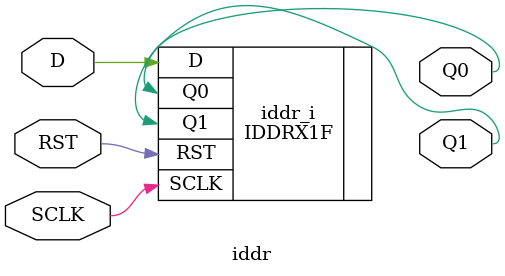
<source format=v>
module iddr(input D, SCLK, RST, output Q0, Q1);
IDDRX1F iddr_i(.D(D), .SCLK(SCLK), .RST(RST), .Q0(Q0), .Q1(Q1));
endmodule


</source>
